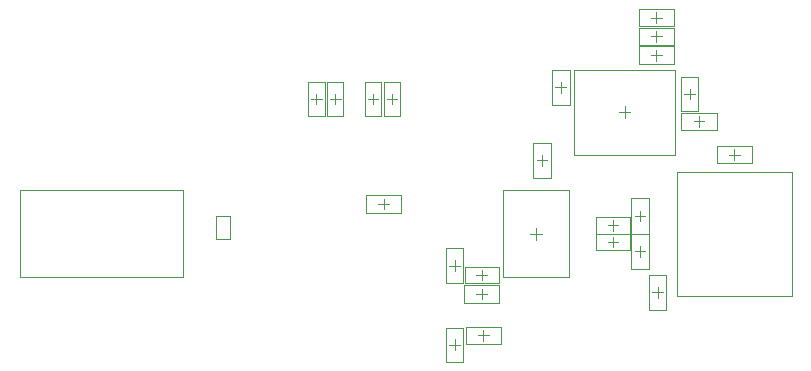
<source format=gbr>
G04*
G04 #@! TF.GenerationSoftware,Altium Limited,Altium Designer,24.9.1 (31)*
G04*
G04 Layer_Color=32768*
%FSLAX25Y25*%
%MOIN*%
G70*
G04*
G04 #@! TF.SameCoordinates,AE1E5416-9686-4E21-8CD7-455353439681*
G04*
G04*
G04 #@! TF.FilePolarity,Positive*
G04*
G01*
G75*
%ADD16C,0.00394*%
%ADD73C,0.00197*%
D16*
X166732Y102362D02*
X170276D01*
X168504Y100591D02*
Y104134D01*
X166732Y114173D02*
X170276D01*
X168504Y112402D02*
Y115945D01*
X106693Y69488D02*
Y73032D01*
X104921Y71260D02*
X108465D01*
X60630Y151378D02*
Y154921D01*
X58858Y153150D02*
X62402D01*
X114584Y74410D02*
X118127D01*
X116355Y72638D02*
Y76181D01*
X65158Y153150D02*
X68701D01*
X66929Y151378D02*
Y154921D01*
X157776Y105512D02*
X161319D01*
X159547Y103740D02*
Y107283D01*
X157776Y111024D02*
X161319D01*
X159547Y109252D02*
Y112795D01*
X172638Y88681D02*
X176181D01*
X174409Y86909D02*
Y90453D01*
X115748Y92716D02*
Y96260D01*
X113976Y94488D02*
X117520D01*
X115748Y86417D02*
Y89961D01*
X113976Y88189D02*
X117520D01*
X104921Y97638D02*
X108465D01*
X106693Y95866D02*
Y99409D01*
X83071Y116339D02*
Y119882D01*
X81299Y118110D02*
X84842D01*
X134055Y132677D02*
X137598D01*
X135827Y130905D02*
Y134449D01*
X174016Y165945D02*
Y169488D01*
X172244Y167717D02*
X175787D01*
X163386Y146850D02*
Y150787D01*
X161417Y148819D02*
X165354D01*
X183268Y154823D02*
X186811D01*
X185039Y153051D02*
Y156595D01*
X188189Y143898D02*
Y147441D01*
X186417Y145669D02*
X189961D01*
X198228Y134646D02*
X201772D01*
X200000Y132874D02*
Y136417D01*
X140354Y157087D02*
X143898D01*
X142126Y155315D02*
Y158858D01*
X84055Y153150D02*
X87598D01*
X85827Y151378D02*
Y154921D01*
X77756Y153150D02*
X81299D01*
X79528Y151378D02*
Y154921D01*
X133858Y106299D02*
Y110236D01*
X131890Y108268D02*
X135827D01*
X172244Y180315D02*
X175787D01*
X174016Y178543D02*
Y182087D01*
X172244Y174016D02*
X175787D01*
X174016Y172244D02*
Y175787D01*
D73*
X165551Y96457D02*
Y108268D01*
X171457Y96457D02*
Y108268D01*
X165551Y96457D02*
X171457D01*
X165551Y108268D02*
X171457D01*
X165551D02*
Y120079D01*
X171457Y108268D02*
Y120079D01*
X165551Y108268D02*
X171457D01*
X165551Y120079D02*
X171457D01*
X103937Y76968D02*
X109449D01*
X103937Y65551D02*
X109449D01*
Y76968D01*
X103937Y65551D02*
Y76968D01*
X57874Y158858D02*
X63386D01*
X57874Y147441D02*
X63386D01*
Y158858D01*
X57874Y147441D02*
Y158858D01*
X-38268Y93701D02*
Y122835D01*
Y93701D02*
X16181D01*
Y122835D01*
X-38268D02*
X16181D01*
X110647Y71653D02*
Y77165D01*
X122064Y71653D02*
Y77165D01*
X110647D02*
X122064D01*
X110647Y71653D02*
X122064D01*
X64173Y147441D02*
Y158858D01*
X69685Y147441D02*
Y158858D01*
X64173Y147441D02*
X69685D01*
X64173Y158858D02*
X69685D01*
X153839Y102756D02*
Y108268D01*
X165256Y102756D02*
Y108268D01*
X153839D02*
X165256D01*
X153839Y102756D02*
X165256D01*
X153839Y108268D02*
Y113779D01*
X165256Y108268D02*
Y113779D01*
X153839D02*
X165256D01*
X153839Y108268D02*
X165256D01*
X177165Y82972D02*
Y94390D01*
X171653Y82972D02*
Y94390D01*
X177165D01*
X171653Y82972D02*
X177165D01*
X110039Y91732D02*
X121457D01*
X110039Y97244D02*
X121457D01*
Y91732D02*
Y97244D01*
X110039Y91732D02*
Y97244D01*
X109843Y91142D02*
X121653D01*
X109843Y85236D02*
X121653D01*
X109843D02*
Y91142D01*
X121653Y85236D02*
Y91142D01*
X109449Y91929D02*
Y103347D01*
X103937Y91929D02*
Y103347D01*
X109449D01*
X103937Y91929D02*
X109449D01*
X77165Y115157D02*
X88976D01*
X77165Y121063D02*
X88976D01*
Y115157D02*
Y121063D01*
X77165Y115157D02*
Y121063D01*
X31949Y106437D02*
Y114035D01*
X27106Y106437D02*
Y114035D01*
Y106437D02*
X31949D01*
X27106Y114035D02*
X31949D01*
X132874Y126772D02*
Y138583D01*
X138779Y126772D02*
Y138583D01*
X132874Y126772D02*
X138779D01*
X132874Y138583D02*
X138779D01*
X168110Y164764D02*
X179921D01*
X168110Y170669D02*
X179921D01*
Y164764D02*
Y170669D01*
X168110Y164764D02*
Y170669D01*
X146653Y162992D02*
X180118D01*
X146653Y134646D02*
X180118D01*
X146653D02*
Y162992D01*
X180118Y134646D02*
Y162992D01*
X182283Y149114D02*
Y160531D01*
X187795Y149114D02*
Y160531D01*
X182283Y149114D02*
X187795D01*
X182283Y160531D02*
X187795D01*
X182283Y142717D02*
X194095D01*
X182283Y148622D02*
X194095D01*
Y142717D02*
Y148622D01*
X182283Y142717D02*
Y148622D01*
X181004Y87618D02*
Y128917D01*
X219094D01*
Y87618D02*
Y128917D01*
X181004Y87618D02*
X219094D01*
X205709Y131890D02*
Y137401D01*
X194291Y131890D02*
Y137401D01*
Y131890D02*
X205709D01*
X194291Y137401D02*
X205709D01*
X139173Y151181D02*
Y162992D01*
X145079Y151181D02*
Y162992D01*
X139173Y151181D02*
X145079D01*
X139173Y162992D02*
X145079D01*
X83071Y147441D02*
Y158858D01*
X88583Y147441D02*
Y158858D01*
X83071Y147441D02*
X88583D01*
X83071Y158858D02*
X88583D01*
X76772Y147441D02*
Y158858D01*
X82284Y147441D02*
Y158858D01*
X76772Y147441D02*
X82284D01*
X76772Y158858D02*
X82284D01*
X122835Y93701D02*
X144882D01*
X122835Y122835D02*
X144882D01*
X122835Y93701D02*
Y122835D01*
X144882Y93701D02*
Y122835D01*
X179921Y177362D02*
Y183268D01*
X168110Y177362D02*
Y183268D01*
Y177362D02*
X179921D01*
X168110Y183268D02*
X179921D01*
Y171063D02*
Y176969D01*
X168110Y171063D02*
Y176969D01*
Y171063D02*
X179921D01*
X168110Y176969D02*
X179921D01*
M02*

</source>
